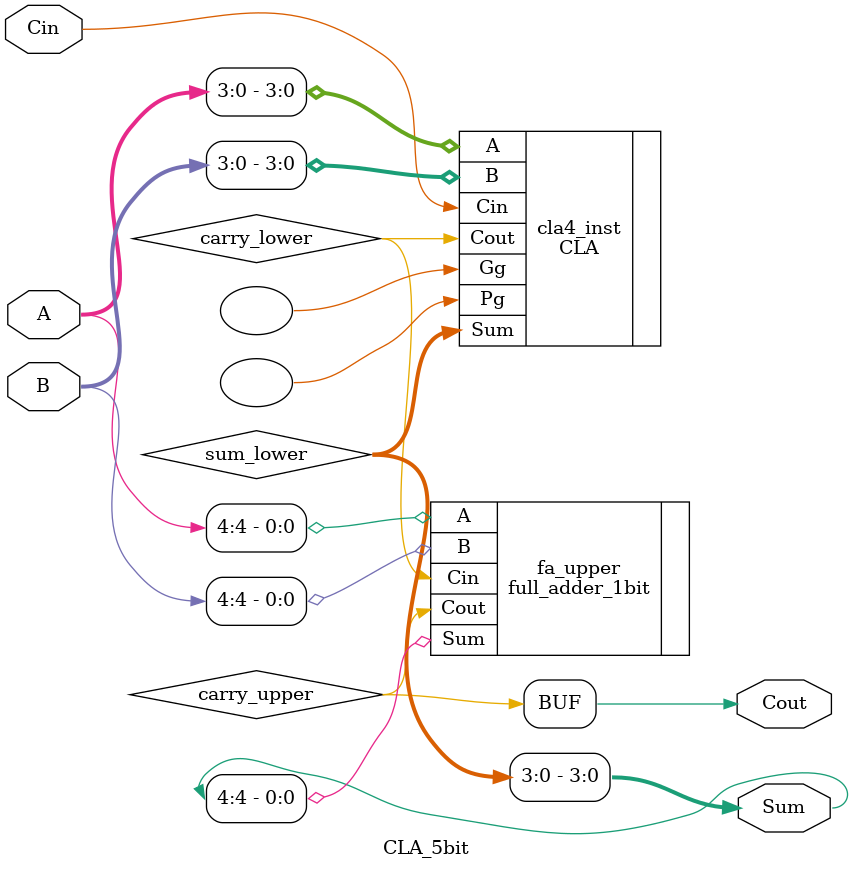
<source format=v>
`timescale 1ns/100ps
module CLA_5bit(
    input  [4:0] A,
    input  [4:0] B,
    input        Cin,
    output [4:0] Sum,
    output       Cout
);
    wire [3:0] sum_lower;
    wire       carry_lower;

    // Use your 4-bit CLA for the lower 4 bits
    CLA cla4_inst(
        .A(A[3:0]),
        .B(B[3:0]),
        .Cin(Cin),
        .Cout(carry_lower),
        .Sum(sum_lower),
        .Gg(), // not used
        .Pg()  // not used
    );

    // Add the 5th bit with the carry out from the CLA
    wire carry_upper;
    full_adder_1bit fa_upper(
        .A(A[4]),
        .B(B[4]),
        .Cin(carry_lower),
        .Sum(Sum[4]),
        .Cout(carry_upper)
    );

    // Combine results
    assign Sum[3:0] = sum_lower;
    assign Cout     = carry_upper;
endmodule

</source>
